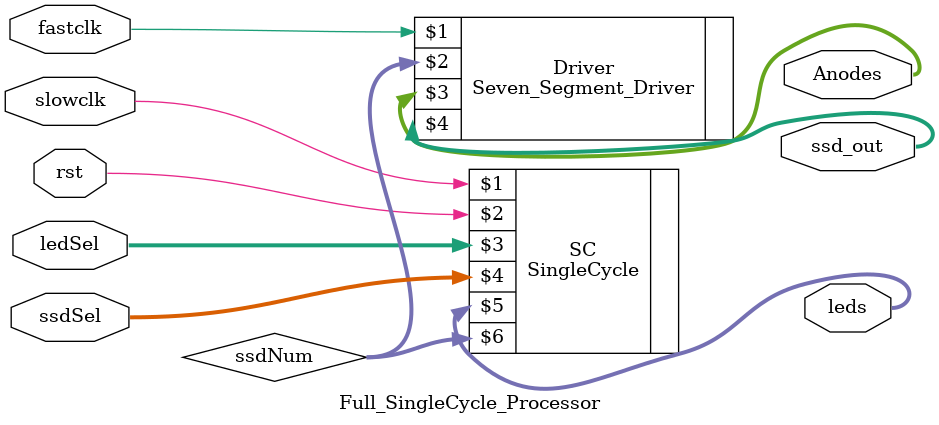
<source format=v>
`timescale 1ns / 1ps


module Full_SingleCycle_Processor(input fastclk,slowclk,rst,input [1:0] ledSel, input [3:0] ssdSel, output reg [15:0] leds, output reg [6:0] ssd_out, output reg [3:0] Anodes );
 wire [12:0] ssdNum;
 SingleCycle SC(slowclk,rst,ledSel, ssdSel,  leds, ssdNum);
  Seven_Segment_Driver Driver( fastclk,ssdNum, Anodes,ssd_out );
  
endmodule

</source>
